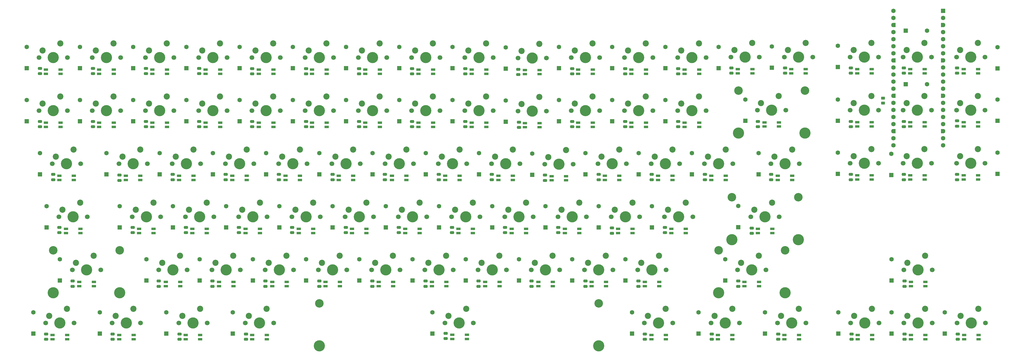
<source format=gbr>
%TF.GenerationSoftware,KiCad,Pcbnew,9.0.3-9.0.3-0~ubuntu24.04.1*%
%TF.CreationDate,2025-07-19T21:47:56-07:00*%
%TF.ProjectId,Keyboard,4b657962-6f61-4726-942e-6b696361645f,rev?*%
%TF.SameCoordinates,Original*%
%TF.FileFunction,Soldermask,Bot*%
%TF.FilePolarity,Negative*%
%FSLAX46Y46*%
G04 Gerber Fmt 4.6, Leading zero omitted, Abs format (unit mm)*
G04 Created by KiCad (PCBNEW 9.0.3-9.0.3-0~ubuntu24.04.1) date 2025-07-19 21:47:56*
%MOMM*%
%LPD*%
G01*
G04 APERTURE LIST*
G04 Aperture macros list*
%AMRoundRect*
0 Rectangle with rounded corners*
0 $1 Rounding radius*
0 $2 $3 $4 $5 $6 $7 $8 $9 X,Y pos of 4 corners*
0 Add a 4 corners polygon primitive as box body*
4,1,4,$2,$3,$4,$5,$6,$7,$8,$9,$2,$3,0*
0 Add four circle primitives for the rounded corners*
1,1,$1+$1,$2,$3*
1,1,$1+$1,$4,$5*
1,1,$1+$1,$6,$7*
1,1,$1+$1,$8,$9*
0 Add four rect primitives between the rounded corners*
20,1,$1+$1,$2,$3,$4,$5,0*
20,1,$1+$1,$4,$5,$6,$7,0*
20,1,$1+$1,$6,$7,$8,$9,0*
20,1,$1+$1,$8,$9,$2,$3,0*%
%AMFreePoly0*
4,1,37,0.603843,0.796157,0.639018,0.796157,0.711114,0.766294,0.766294,0.711114,0.796157,0.639018,0.796157,0.603843,0.800000,0.600000,0.800000,-0.600000,0.796157,-0.603843,0.796157,-0.639018,0.766294,-0.711114,0.711114,-0.766294,0.639018,-0.796157,0.603843,-0.796157,0.600000,-0.800000,0.000000,-0.800000,0.000000,-0.796148,-0.078414,-0.796148,-0.232228,-0.765552,-0.377117,-0.705537,
-0.507515,-0.618408,-0.618408,-0.507515,-0.705537,-0.377117,-0.765552,-0.232228,-0.796148,-0.078414,-0.796148,0.078414,-0.765552,0.232228,-0.705537,0.377117,-0.618408,0.507515,-0.507515,0.618408,-0.377117,0.705537,-0.232228,0.765552,-0.078414,0.796148,0.000000,0.796148,0.000000,0.800000,0.600000,0.800000,0.603843,0.796157,0.603843,0.796157,$1*%
%AMFreePoly1*
4,1,37,0.000000,0.796148,0.078414,0.796148,0.232228,0.765552,0.377117,0.705537,0.507515,0.618408,0.618408,0.507515,0.705537,0.377117,0.765552,0.232228,0.796148,0.078414,0.796148,-0.078414,0.765552,-0.232228,0.705537,-0.377117,0.618408,-0.507515,0.507515,-0.618408,0.377117,-0.705537,0.232228,-0.765552,0.078414,-0.796148,0.000000,-0.796148,0.000000,-0.800000,-0.600000,-0.800000,
-0.603843,-0.796157,-0.639018,-0.796157,-0.711114,-0.766294,-0.766294,-0.711114,-0.796157,-0.639018,-0.796157,-0.603843,-0.800000,-0.600000,-0.800000,0.600000,-0.796157,0.603843,-0.796157,0.639018,-0.766294,0.711114,-0.711114,0.766294,-0.639018,0.796157,-0.603843,0.796157,-0.600000,0.800000,0.000000,0.800000,0.000000,0.796148,0.000000,0.796148,$1*%
G04 Aperture macros list end*
%ADD10C,1.700000*%
%ADD11C,4.000000*%
%ADD12C,2.200000*%
%ADD13RoundRect,0.082000X0.718000X-0.328000X0.718000X0.328000X-0.718000X0.328000X-0.718000X-0.328000X0*%
%ADD14C,3.050000*%
%ADD15RoundRect,0.250000X0.550000X-0.550000X0.550000X0.550000X-0.550000X0.550000X-0.550000X-0.550000X0*%
%ADD16C,1.600000*%
%ADD17RoundRect,0.250000X0.475000X-0.250000X0.475000X0.250000X-0.475000X0.250000X-0.475000X-0.250000X0*%
%ADD18RoundRect,0.250000X0.450000X-0.262500X0.450000X0.262500X-0.450000X0.262500X-0.450000X-0.262500X0*%
%ADD19RoundRect,0.250000X-0.550000X-0.550000X0.550000X-0.550000X0.550000X0.550000X-0.550000X0.550000X0*%
%ADD20RoundRect,0.200000X0.600000X0.600000X-0.600000X0.600000X-0.600000X-0.600000X0.600000X-0.600000X0*%
%ADD21FreePoly0,180.000000*%
%ADD22FreePoly1,180.000000*%
G04 APERTURE END LIST*
D10*
%TO.C,SW44*%
X117792500Y-54927500D03*
D11*
X122872500Y-54927500D03*
D10*
X127952500Y-54927500D03*
D12*
X125412500Y-49847500D03*
X119062500Y-52387500D03*
%TD*%
D10*
%TO.C,SW56*%
X155892500Y-55086250D03*
D11*
X160972500Y-55086250D03*
D10*
X166052500Y-55086250D03*
D12*
X163512500Y-50006250D03*
X157162500Y-52546250D03*
%TD*%
D10*
%TO.C,SW40*%
X113030000Y-93027500D03*
D11*
X118110000Y-93027500D03*
D10*
X123190000Y-93027500D03*
D12*
X120650000Y-87947500D03*
X114300000Y-90487500D03*
%TD*%
D13*
%TO.C,D148*%
X192147500Y-79807500D03*
X192147500Y-78307500D03*
X186947500Y-78307500D03*
X186947500Y-79807500D03*
%TD*%
D10*
%TO.C,SW63*%
X184467500Y-73977500D03*
D11*
X189547500Y-73977500D03*
D10*
X194627500Y-73977500D03*
D12*
X192087500Y-68897500D03*
X185737500Y-71437500D03*
%TD*%
D13*
%TO.C,D144*%
X177860000Y-98857500D03*
X177860000Y-97357500D03*
X172660000Y-97357500D03*
X172660000Y-98857500D03*
%TD*%
D10*
%TO.C,SW11*%
X27305000Y-112077500D03*
D11*
X32385000Y-112077500D03*
D10*
X37465000Y-112077500D03*
D12*
X34925000Y-106997500D03*
X28575000Y-109537500D03*
%TD*%
D13*
%TO.C,D141*%
X163572500Y-41866250D03*
X163572500Y-40366250D03*
X158372500Y-40366250D03*
X158372500Y-41866250D03*
%TD*%
%TO.C,D157*%
X220722500Y-41707500D03*
X220722500Y-40207500D03*
X215522500Y-40207500D03*
X215522500Y-41707500D03*
%TD*%
D10*
%TO.C,SW85*%
X293766875Y-35718750D03*
D11*
X298846875Y-35718750D03*
D10*
X303926875Y-35718750D03*
D12*
X301386875Y-30638750D03*
X295036875Y-33178750D03*
%TD*%
D10*
%TO.C,SW34*%
X93980000Y-93027500D03*
D11*
X99060000Y-93027500D03*
D10*
X104140000Y-93027500D03*
D12*
X101600000Y-87947500D03*
X95250000Y-90487500D03*
%TD*%
D10*
%TO.C,SW8*%
X3492500Y-54927500D03*
D11*
X8572500Y-54927500D03*
D10*
X13652500Y-54927500D03*
D12*
X11112500Y-49847500D03*
X4762500Y-52387500D03*
%TD*%
D13*
%TO.C,D153*%
X201672500Y-60757500D03*
X201672500Y-59257500D03*
X196472500Y-59257500D03*
X196472500Y-60757500D03*
%TD*%
D10*
%TO.C,SW31*%
X79692500Y-35877500D03*
D11*
X84772500Y-35877500D03*
D10*
X89852500Y-35877500D03*
D12*
X87312500Y-30797500D03*
X80962500Y-33337500D03*
%TD*%
D13*
%TO.C,D117*%
X77847500Y-79807500D03*
X77847500Y-78307500D03*
X72647500Y-78307500D03*
X72647500Y-79807500D03*
%TD*%
%TO.C,D125*%
X106422500Y-41707500D03*
X106422500Y-40207500D03*
X101222500Y-40207500D03*
X101222500Y-41707500D03*
%TD*%
%TO.C,D96*%
X-5496250Y-136957500D03*
X-5496250Y-135457500D03*
X-10696250Y-135457500D03*
X-10696250Y-136957500D03*
%TD*%
D10*
%TO.C,SW68*%
X193992500Y-54927500D03*
D11*
X199072500Y-54927500D03*
D10*
X204152500Y-54927500D03*
D12*
X201612500Y-49847500D03*
X195262500Y-52387500D03*
%TD*%
D13*
%TO.C,D110*%
X49272500Y-60757500D03*
X49272500Y-59257500D03*
X44072500Y-59257500D03*
X44072500Y-60757500D03*
%TD*%
%TO.C,D165*%
X254060000Y-79807500D03*
X254060000Y-78307500D03*
X248860000Y-78307500D03*
X248860000Y-79807500D03*
%TD*%
D10*
%TO.C,SW46*%
X132080000Y-93027500D03*
D11*
X137160000Y-93027500D03*
D10*
X142240000Y-93027500D03*
D12*
X139700000Y-87947500D03*
X133350000Y-90487500D03*
%TD*%
D13*
%TO.C,D104*%
X30222500Y-60757500D03*
X30222500Y-59257500D03*
X25022500Y-59257500D03*
X25022500Y-60757500D03*
%TD*%
%TO.C,D93*%
X-3115000Y-79807500D03*
X-3115000Y-78307500D03*
X-8315000Y-78307500D03*
X-8315000Y-79807500D03*
%TD*%
%TO.C,D169*%
X282468125Y-79648750D03*
X282468125Y-78148750D03*
X277268125Y-78148750D03*
X277268125Y-79648750D03*
%TD*%
%TO.C,D130*%
X137562500Y-136902500D03*
X137562500Y-135402500D03*
X132362500Y-135402500D03*
X132362500Y-136902500D03*
%TD*%
D10*
%TO.C,SW62*%
X174942500Y-54927500D03*
D11*
X180022500Y-54927500D03*
D10*
X185102500Y-54927500D03*
D12*
X182562500Y-49847500D03*
X176212500Y-52387500D03*
%TD*%
D10*
%TO.C,SW49*%
X136842500Y-35877500D03*
D11*
X141922500Y-35877500D03*
D10*
X147002500Y-35877500D03*
D12*
X144462500Y-30797500D03*
X138112500Y-33337500D03*
%TD*%
D10*
%TO.C,SW36*%
X201136250Y-131127500D03*
D11*
X206216250Y-131127500D03*
D10*
X211296250Y-131127500D03*
D12*
X208756250Y-126047500D03*
X202406250Y-128587500D03*
%TD*%
D14*
%TO.C,SW30*%
X84778750Y-124127500D03*
D11*
X84778750Y-139367500D03*
D10*
X129698750Y-131127500D03*
D11*
X134778750Y-131127500D03*
D10*
X139858750Y-131127500D03*
D14*
X184778750Y-124127500D03*
D11*
X184778750Y-139367500D03*
D12*
X137318750Y-126047500D03*
X130968750Y-128587500D03*
%TD*%
D13*
%TO.C,D174*%
X301685000Y-117907500D03*
X301685000Y-116407500D03*
X296485000Y-116407500D03*
X296485000Y-117907500D03*
%TD*%
%TO.C,D179*%
X320735000Y-136957500D03*
X320735000Y-135457500D03*
X315535000Y-135457500D03*
X315535000Y-136957500D03*
%TD*%
D10*
%TO.C,SW45*%
X127317500Y-73977500D03*
D11*
X132397500Y-73977500D03*
D10*
X137477500Y-73977500D03*
D12*
X134937500Y-68897500D03*
X128587500Y-71437500D03*
%TD*%
D13*
%TO.C,D167*%
X282468125Y-41548750D03*
X282468125Y-40048750D03*
X277268125Y-40048750D03*
X277268125Y-41548750D03*
%TD*%
D10*
%TO.C,SW81*%
X246380000Y-73977500D03*
D11*
X251460000Y-73977500D03*
D10*
X256540000Y-73977500D03*
D12*
X254000000Y-68897500D03*
X247650000Y-71437500D03*
%TD*%
D10*
%TO.C,SW88*%
X312888125Y-73818750D03*
D11*
X317968125Y-73818750D03*
D10*
X323048125Y-73818750D03*
D12*
X320508125Y-68738750D03*
X314158125Y-71278750D03*
%TD*%
D13*
%TO.C,D90*%
X-7877500Y-60757500D03*
X-7877500Y-59257500D03*
X-13077500Y-59257500D03*
X-13077500Y-60757500D03*
%TD*%
%TO.C,D120*%
X87372500Y-41707500D03*
X87372500Y-40207500D03*
X82172500Y-40207500D03*
X82172500Y-41707500D03*
%TD*%
D10*
%TO.C,SW20*%
X41592500Y-54927500D03*
D11*
X46672500Y-54927500D03*
D10*
X51752500Y-54927500D03*
D12*
X49212500Y-49847500D03*
X42862500Y-52387500D03*
%TD*%
D14*
%TO.C,SW80*%
X234791250Y-47768750D03*
D11*
X234791250Y-63008750D03*
D10*
X241611250Y-54768750D03*
D11*
X246691250Y-54768750D03*
D10*
X251771250Y-54768750D03*
D14*
X258591250Y-47768750D03*
D11*
X258591250Y-63008750D03*
D12*
X249231250Y-49688750D03*
X242881250Y-52228750D03*
%TD*%
D10*
%TO.C,SW54*%
X274955000Y-131127500D03*
D11*
X280035000Y-131127500D03*
D10*
X285115000Y-131127500D03*
D12*
X282575000Y-126047500D03*
X276225000Y-128587500D03*
%TD*%
D13*
%TO.C,D121*%
X87372500Y-60757500D03*
X87372500Y-59257500D03*
X82172500Y-59257500D03*
X82172500Y-60757500D03*
%TD*%
%TO.C,D101*%
X34985000Y-117907500D03*
X34985000Y-116407500D03*
X29785000Y-116407500D03*
X29785000Y-117907500D03*
%TD*%
%TO.C,D119*%
X92135000Y-117907500D03*
X92135000Y-116407500D03*
X86935000Y-116407500D03*
X86935000Y-117907500D03*
%TD*%
D10*
%TO.C,SW66*%
X313055000Y-131127500D03*
D11*
X318135000Y-131127500D03*
D10*
X323215000Y-131127500D03*
D12*
X320675000Y-126047500D03*
X314325000Y-128587500D03*
%TD*%
D10*
%TO.C,SW61*%
X174942500Y-35877500D03*
D11*
X180022500Y-35877500D03*
D10*
X185102500Y-35877500D03*
D12*
X182562500Y-30797500D03*
X176212500Y-33337500D03*
%TD*%
D10*
%TO.C,SW78*%
X274788125Y-54768750D03*
D11*
X279868125Y-54768750D03*
D10*
X284948125Y-54768750D03*
D12*
X282408125Y-49688750D03*
X276058125Y-52228750D03*
%TD*%
D10*
%TO.C,SW9*%
X13017500Y-73977500D03*
D11*
X18097500Y-73977500D03*
D10*
X23177500Y-73977500D03*
D12*
X20637500Y-68897500D03*
X14287500Y-71437500D03*
%TD*%
D13*
%TO.C,D170*%
X282635000Y-136957500D03*
X282635000Y-135457500D03*
X277435000Y-135457500D03*
X277435000Y-136957500D03*
%TD*%
%TO.C,D151*%
X208816250Y-136957500D03*
X208816250Y-135457500D03*
X203616250Y-135457500D03*
X203616250Y-136957500D03*
%TD*%
D10*
%TO.C,SW73*%
X213042500Y-35877500D03*
D11*
X218122500Y-35877500D03*
D10*
X223202500Y-35877500D03*
D12*
X220662500Y-30797500D03*
X214312500Y-33337500D03*
%TD*%
D13*
%TO.C,D94*%
X-733750Y-98857500D03*
X-733750Y-97357500D03*
X-5933750Y-97357500D03*
X-5933750Y-98857500D03*
%TD*%
D10*
%TO.C,SW24*%
X58261250Y-131127500D03*
D11*
X63341250Y-131127500D03*
D10*
X68421250Y-131127500D03*
D12*
X65881250Y-126047500D03*
X59531250Y-128587500D03*
%TD*%
D13*
%TO.C,D164*%
X249291250Y-60652500D03*
X249291250Y-59152500D03*
X244091250Y-59152500D03*
X244091250Y-60652500D03*
%TD*%
%TO.C,D176*%
X320568125Y-41548750D03*
X320568125Y-40048750D03*
X315368125Y-40048750D03*
X315368125Y-41548750D03*
%TD*%
D10*
%TO.C,SW64*%
X189230000Y-93027500D03*
D11*
X194310000Y-93027500D03*
D10*
X199390000Y-93027500D03*
D12*
X196850000Y-87947500D03*
X190500000Y-90487500D03*
%TD*%
D10*
%TO.C,SW87*%
X293766875Y-73818750D03*
D11*
X298846875Y-73818750D03*
D10*
X303926875Y-73818750D03*
D12*
X301386875Y-68738750D03*
X295036875Y-71278750D03*
%TD*%
D10*
%TO.C,SW82*%
X274788125Y-73818750D03*
D11*
X279868125Y-73818750D03*
D10*
X284948125Y-73818750D03*
D12*
X282408125Y-68738750D03*
X276058125Y-71278750D03*
%TD*%
D15*
%TO.C,D87*%
X289500000Y-78060000D03*
D16*
X289500000Y-70440000D03*
%TD*%
D10*
%TO.C,SW42*%
X224948750Y-131127500D03*
D11*
X230028750Y-131127500D03*
D10*
X235108750Y-131127500D03*
D12*
X232568750Y-126047500D03*
X226218750Y-128587500D03*
%TD*%
D14*
%TO.C,SW5*%
X-10471250Y-105077500D03*
D11*
X-10471250Y-120317500D03*
D10*
X-3651250Y-112077500D03*
D11*
X1428750Y-112077500D03*
D10*
X6508750Y-112077500D03*
D14*
X13328750Y-105077500D03*
D11*
X13328750Y-120317500D03*
D12*
X3968750Y-106997500D03*
X-2381250Y-109537500D03*
%TD*%
D10*
%TO.C,SW15*%
X32067500Y-73977500D03*
D11*
X37147500Y-73977500D03*
D10*
X42227500Y-73977500D03*
D12*
X39687500Y-68897500D03*
X33337500Y-71437500D03*
%TD*%
D10*
%TO.C,SW84*%
X312888125Y-54768750D03*
D11*
X317968125Y-54768750D03*
D10*
X323048125Y-54768750D03*
D12*
X320508125Y-49688750D03*
X314158125Y-52228750D03*
%TD*%
D13*
%TO.C,D163*%
X239772500Y-41548750D03*
X239772500Y-40048750D03*
X234572500Y-40048750D03*
X234572500Y-41548750D03*
%TD*%
%TO.C,D132*%
X125472500Y-60757500D03*
X125472500Y-59257500D03*
X120272500Y-59257500D03*
X120272500Y-60757500D03*
%TD*%
%TO.C,D118*%
X82610000Y-98857500D03*
X82610000Y-97357500D03*
X77410000Y-97357500D03*
X77410000Y-98857500D03*
%TD*%
%TO.C,D159*%
X230247500Y-79807500D03*
X230247500Y-78307500D03*
X225047500Y-78307500D03*
X225047500Y-79807500D03*
%TD*%
D10*
%TO.C,SW18*%
X34448750Y-131127500D03*
D11*
X39528750Y-131127500D03*
D10*
X44608750Y-131127500D03*
D12*
X42068750Y-126047500D03*
X35718750Y-128587500D03*
%TD*%
D10*
%TO.C,SW27*%
X70167500Y-73977500D03*
D11*
X75247500Y-73977500D03*
D10*
X80327500Y-73977500D03*
D12*
X77787500Y-68897500D03*
X71437500Y-71437500D03*
%TD*%
D13*
%TO.C,D116*%
X68322500Y-60757500D03*
X68322500Y-59257500D03*
X63122500Y-59257500D03*
X63122500Y-60757500D03*
%TD*%
%TO.C,D175*%
X301685000Y-136957500D03*
X301685000Y-135457500D03*
X296485000Y-135457500D03*
X296485000Y-136957500D03*
%TD*%
D10*
%TO.C,SW67*%
X193992500Y-35877500D03*
D11*
X199072500Y-35877500D03*
D10*
X204152500Y-35877500D03*
D12*
X201612500Y-30797500D03*
X195262500Y-33337500D03*
%TD*%
D10*
%TO.C,SW79*%
X232092500Y-35718750D03*
D11*
X237172500Y-35718750D03*
D10*
X242252500Y-35718750D03*
D12*
X239712500Y-30638750D03*
X233362500Y-33178750D03*
%TD*%
D13*
%TO.C,D137*%
X144522500Y-60757500D03*
X144522500Y-59257500D03*
X139322500Y-59257500D03*
X139322500Y-60757500D03*
%TD*%
%TO.C,D172*%
X301446875Y-60598750D03*
X301446875Y-59098750D03*
X296246875Y-59098750D03*
X296246875Y-60598750D03*
%TD*%
%TO.C,D97*%
X11172500Y-41707528D03*
X11172500Y-40207528D03*
X5972500Y-40207528D03*
X5972500Y-41707528D03*
%TD*%
D10*
%TO.C,SW16*%
X36830000Y-93027500D03*
D11*
X41910000Y-93027500D03*
D10*
X46990000Y-93027500D03*
D12*
X44450000Y-87947500D03*
X38100000Y-90487500D03*
%TD*%
D10*
%TO.C,SW58*%
X170180000Y-93027500D03*
D11*
X175260000Y-93027500D03*
D10*
X180340000Y-93027500D03*
D12*
X177800000Y-87947500D03*
X171450000Y-90487500D03*
%TD*%
D10*
%TO.C,SW83*%
X312888125Y-35718750D03*
D11*
X317968125Y-35718750D03*
D10*
X323048125Y-35718750D03*
D12*
X320508125Y-30638750D03*
X314158125Y-33178750D03*
%TD*%
D13*
%TO.C,D99*%
X20697500Y-79807500D03*
X20697500Y-78307500D03*
X15497500Y-78307500D03*
X15497500Y-79807500D03*
%TD*%
D10*
%TO.C,SW19*%
X41592500Y-35877500D03*
D11*
X46672500Y-35877500D03*
D10*
X51752500Y-35877500D03*
D12*
X49212500Y-30797500D03*
X42862500Y-33337500D03*
%TD*%
D10*
%TO.C,SW23*%
X65405000Y-112077500D03*
D11*
X70485000Y-112077500D03*
D10*
X75565000Y-112077500D03*
D12*
X73025000Y-106997500D03*
X66675000Y-109537500D03*
%TD*%
D13*
%TO.C,D109*%
X49272500Y-41707500D03*
X49272500Y-40207500D03*
X44072500Y-40207500D03*
X44072500Y-41707500D03*
%TD*%
%TO.C,D140*%
X168335000Y-117907500D03*
X168335000Y-116407500D03*
X163135000Y-116407500D03*
X163135000Y-117907500D03*
%TD*%
%TO.C,D103*%
X30222500Y-41707500D03*
X30222500Y-40207500D03*
X25022500Y-40207500D03*
X25022500Y-41707500D03*
%TD*%
D14*
%TO.C,SW71*%
X227653750Y-105077500D03*
D11*
X227653750Y-120317500D03*
D10*
X234473750Y-112077500D03*
D11*
X239553750Y-112077500D03*
D10*
X244633750Y-112077500D03*
D14*
X251453750Y-105077500D03*
D11*
X251453750Y-120317500D03*
D12*
X242093750Y-106997500D03*
X235743750Y-109537500D03*
%TD*%
D13*
%TO.C,D160*%
X246916250Y-98902500D03*
X246916250Y-97402500D03*
X241716250Y-97402500D03*
X241716250Y-98902500D03*
%TD*%
%TO.C,D154*%
X211197500Y-79807500D03*
X211197500Y-78307500D03*
X205997500Y-78307500D03*
X205997500Y-79807500D03*
%TD*%
D10*
%TO.C,SW33*%
X89217500Y-73977500D03*
D11*
X94297500Y-73977500D03*
D10*
X99377500Y-73977500D03*
D12*
X96837500Y-68897500D03*
X90487500Y-71437500D03*
%TD*%
D10*
%TO.C,SW2*%
X-15557500Y-54927500D03*
D11*
X-10477500Y-54927500D03*
D10*
X-5397500Y-54927500D03*
D12*
X-7937500Y-49847500D03*
X-14287500Y-52387500D03*
%TD*%
D13*
%TO.C,D171*%
X301446875Y-41548750D03*
X301446875Y-40048750D03*
X296246875Y-40048750D03*
X296246875Y-41548750D03*
%TD*%
%TO.C,D168*%
X282468125Y-60598750D03*
X282468125Y-59098750D03*
X277268125Y-59098750D03*
X277268125Y-60598750D03*
%TD*%
%TO.C,D138*%
X154047500Y-79807500D03*
X154047500Y-78307500D03*
X148847500Y-78307500D03*
X148847500Y-79807500D03*
%TD*%
D10*
%TO.C,SW7*%
X3492500Y-35877528D03*
D11*
X8572500Y-35877528D03*
D10*
X13652500Y-35877528D03*
D12*
X11112500Y-30797528D03*
X4762500Y-33337528D03*
%TD*%
D13*
%TO.C,D155*%
X215960000Y-98857500D03*
X215960000Y-97357500D03*
X210760000Y-97357500D03*
X210760000Y-98857500D03*
%TD*%
D10*
%TO.C,SW38*%
X98742500Y-54927500D03*
D11*
X103822500Y-54927500D03*
D10*
X108902500Y-54927500D03*
D12*
X106362500Y-49847500D03*
X100012500Y-52387500D03*
%TD*%
D10*
%TO.C,SW52*%
X151130000Y-93027500D03*
D11*
X156210000Y-93027500D03*
D10*
X161290000Y-93027500D03*
D12*
X158750000Y-87947500D03*
X152400000Y-90487500D03*
%TD*%
D10*
%TO.C,SW53*%
X160655000Y-112077500D03*
D11*
X165735000Y-112077500D03*
D10*
X170815000Y-112077500D03*
D12*
X168275000Y-106997500D03*
X161925000Y-109537500D03*
%TD*%
D13*
%TO.C,D105*%
X39747500Y-79807500D03*
X39747500Y-78307500D03*
X34547500Y-78307500D03*
X34547500Y-79807500D03*
%TD*%
%TO.C,D112*%
X63560000Y-98857500D03*
X63560000Y-97357500D03*
X58360000Y-97357500D03*
X58360000Y-98857500D03*
%TD*%
%TO.C,D127*%
X115947500Y-79807500D03*
X115947500Y-78307500D03*
X110747500Y-78307500D03*
X110747500Y-79807500D03*
%TD*%
%TO.C,D135*%
X149285000Y-117907500D03*
X149285000Y-116407500D03*
X144085000Y-116407500D03*
X144085000Y-117907500D03*
%TD*%
%TO.C,D131*%
X125472500Y-41707500D03*
X125472500Y-40207500D03*
X120272500Y-40207500D03*
X120272500Y-41707500D03*
%TD*%
D10*
%TO.C,SW32*%
X79692500Y-54927500D03*
D11*
X84772500Y-54927500D03*
D10*
X89852500Y-54927500D03*
D12*
X87312500Y-49847500D03*
X80962500Y-52387500D03*
%TD*%
D10*
%TO.C,SW1*%
X-15557500Y-35877500D03*
D11*
X-10477500Y-35877500D03*
D10*
X-5397500Y-35877500D03*
D12*
X-7937500Y-30797500D03*
X-14287500Y-33337500D03*
%TD*%
D13*
%TO.C,D133*%
X134997500Y-79807500D03*
X134997500Y-78307500D03*
X129797500Y-78307500D03*
X129797500Y-79807500D03*
%TD*%
%TO.C,D126*%
X106422500Y-60757500D03*
X106422500Y-59257500D03*
X101222500Y-59257500D03*
X101222500Y-60757500D03*
%TD*%
D10*
%TO.C,SW60*%
X294005000Y-131127500D03*
D11*
X299085000Y-131127500D03*
D10*
X304165000Y-131127500D03*
D12*
X301625000Y-126047500D03*
X295275000Y-128587500D03*
%TD*%
D10*
%TO.C,SW10*%
X17780000Y-93027500D03*
D11*
X22860000Y-93027500D03*
D10*
X27940000Y-93027500D03*
D12*
X25400000Y-87947500D03*
X19050000Y-90487500D03*
%TD*%
D10*
%TO.C,SW57*%
X165417500Y-74136250D03*
D11*
X170497500Y-74136250D03*
D10*
X175577500Y-74136250D03*
D12*
X173037500Y-69056250D03*
X166687500Y-71596250D03*
%TD*%
D10*
%TO.C,SW4*%
X-8413750Y-93027500D03*
D11*
X-3333750Y-93027500D03*
D10*
X1746250Y-93027500D03*
D12*
X-793750Y-87947500D03*
X-7143750Y-90487500D03*
%TD*%
D10*
%TO.C,SW41*%
X122555000Y-112077500D03*
D11*
X127635000Y-112077500D03*
D10*
X132715000Y-112077500D03*
D12*
X130175000Y-106997500D03*
X123825000Y-109537500D03*
%TD*%
D13*
%TO.C,D95*%
X4062500Y-117902500D03*
X4062500Y-116402500D03*
X-1137500Y-116402500D03*
X-1137500Y-117902500D03*
%TD*%
D10*
%TO.C,SW74*%
X213042500Y-54927500D03*
D11*
X218122500Y-54927500D03*
D10*
X223202500Y-54927500D03*
D12*
X220662500Y-49847500D03*
X214312500Y-52387500D03*
%TD*%
D10*
%TO.C,SW48*%
X248761250Y-131127500D03*
D11*
X253841250Y-131127500D03*
D10*
X258921250Y-131127500D03*
D12*
X256381250Y-126047500D03*
X250031250Y-128587500D03*
%TD*%
D13*
%TO.C,D156*%
X232628750Y-136957500D03*
X232628750Y-135457500D03*
X227428750Y-135457500D03*
X227428750Y-136957500D03*
%TD*%
%TO.C,D177*%
X320568125Y-60598750D03*
X320568125Y-59098750D03*
X315368125Y-59098750D03*
X315368125Y-60598750D03*
%TD*%
D10*
%TO.C,SW22*%
X55880000Y-93027500D03*
D11*
X60960000Y-93027500D03*
D10*
X66040000Y-93027500D03*
D12*
X63500000Y-87947500D03*
X57150000Y-90487500D03*
%TD*%
D10*
%TO.C,SW55*%
X155892500Y-36036250D03*
D11*
X160972500Y-36036250D03*
D10*
X166052500Y-36036250D03*
D12*
X163512500Y-30956250D03*
X157162500Y-33496250D03*
%TD*%
D10*
%TO.C,SW43*%
X117792500Y-35877500D03*
D11*
X122872500Y-35877500D03*
D10*
X127952500Y-35877500D03*
D12*
X125412500Y-30797500D03*
X119062500Y-33337500D03*
%TD*%
D10*
%TO.C,SW72*%
X294005000Y-112077500D03*
D11*
X299085000Y-112077500D03*
D10*
X304165000Y-112077500D03*
D12*
X301625000Y-106997500D03*
X295275000Y-109537500D03*
%TD*%
D13*
%TO.C,D92*%
X-7877500Y-41707500D03*
X-7877500Y-40207500D03*
X-13077500Y-40207500D03*
X-13077500Y-41707500D03*
%TD*%
D10*
%TO.C,SW14*%
X22542500Y-54927500D03*
D11*
X27622500Y-54927500D03*
D10*
X32702500Y-54927500D03*
D12*
X30162500Y-49847500D03*
X23812500Y-52387500D03*
%TD*%
D10*
%TO.C,SW3*%
X-10795000Y-73977500D03*
D11*
X-5715000Y-73977500D03*
D10*
X-635000Y-73977500D03*
D12*
X-3175000Y-68897500D03*
X-9525000Y-71437500D03*
%TD*%
D14*
%TO.C,SW76*%
X232416250Y-86027500D03*
D11*
X232416250Y-101267500D03*
D10*
X239236250Y-93027500D03*
D11*
X244316250Y-93027500D03*
D10*
X249396250Y-93027500D03*
D14*
X256216250Y-86027500D03*
D11*
X256216250Y-101267500D03*
D12*
X246856250Y-87947500D03*
X240506250Y-90487500D03*
%TD*%
D10*
%TO.C,SW29*%
X84455000Y-112077500D03*
D11*
X89535000Y-112077500D03*
D10*
X94615000Y-112077500D03*
D12*
X92075000Y-106997500D03*
X85725000Y-109537500D03*
%TD*%
D13*
%TO.C,D123*%
X101660000Y-98857500D03*
X101660000Y-97357500D03*
X96460000Y-97357500D03*
X96460000Y-98857500D03*
%TD*%
%TO.C,D161*%
X242153750Y-117902500D03*
X242153750Y-116402500D03*
X236953750Y-116402500D03*
X236953750Y-117902500D03*
%TD*%
%TO.C,D152*%
X201672500Y-41707500D03*
X201672500Y-40207500D03*
X196472500Y-40207500D03*
X196472500Y-41707500D03*
%TD*%
D10*
%TO.C,SW86*%
X293766875Y-54768750D03*
D11*
X298846875Y-54768750D03*
D10*
X303926875Y-54768750D03*
D12*
X301386875Y-49688750D03*
X295036875Y-52228750D03*
%TD*%
D13*
%TO.C,D100*%
X25460000Y-98857500D03*
X25460000Y-97357500D03*
X20260000Y-97357500D03*
X20260000Y-98857500D03*
%TD*%
%TO.C,D124*%
X111185000Y-117907500D03*
X111185000Y-116407500D03*
X105985000Y-116407500D03*
X105985000Y-117907500D03*
%TD*%
D10*
%TO.C,SW21*%
X51117500Y-73977500D03*
D11*
X56197500Y-73977500D03*
D10*
X61277500Y-73977500D03*
D12*
X58737500Y-68897500D03*
X52387500Y-71437500D03*
%TD*%
D10*
%TO.C,SW51*%
X146367500Y-73977500D03*
D11*
X151447500Y-73977500D03*
D10*
X156527500Y-73977500D03*
D12*
X153987500Y-68897500D03*
X147637500Y-71437500D03*
%TD*%
D10*
%TO.C,SW37*%
X98742500Y-35877500D03*
D11*
X103822500Y-35877500D03*
D10*
X108902500Y-35877500D03*
D12*
X106362500Y-30797500D03*
X100012500Y-33337500D03*
%TD*%
D13*
%TO.C,D98*%
X11172500Y-60757500D03*
X11172500Y-59257500D03*
X5972500Y-59257500D03*
X5972500Y-60757500D03*
%TD*%
D10*
%TO.C,SW47*%
X141605000Y-112077500D03*
D11*
X146685000Y-112077500D03*
D10*
X151765000Y-112077500D03*
D12*
X149225000Y-106997500D03*
X142875000Y-109537500D03*
%TD*%
D13*
%TO.C,D147*%
X182622500Y-60757500D03*
X182622500Y-59257500D03*
X177422500Y-59257500D03*
X177422500Y-60757500D03*
%TD*%
D10*
%TO.C,SW25*%
X60642500Y-35877500D03*
D11*
X65722500Y-35877500D03*
D10*
X70802500Y-35877500D03*
D12*
X68262500Y-30797500D03*
X61912500Y-33337500D03*
%TD*%
D10*
%TO.C,SW6*%
X-13176250Y-131127500D03*
D11*
X-8096250Y-131127500D03*
D10*
X-3016250Y-131127500D03*
D12*
X-5556250Y-126047500D03*
X-11906250Y-128587500D03*
%TD*%
D10*
%TO.C,SW70*%
X208280000Y-93027500D03*
D11*
X213360000Y-93027500D03*
D10*
X218440000Y-93027500D03*
D12*
X215900000Y-87947500D03*
X209550000Y-90487500D03*
%TD*%
D13*
%TO.C,D102*%
X18316250Y-136957500D03*
X18316250Y-135457500D03*
X13116250Y-135457500D03*
X13116250Y-136957500D03*
%TD*%
%TO.C,D129*%
X130235000Y-117907500D03*
X130235000Y-116407500D03*
X125035000Y-116407500D03*
X125035000Y-117907500D03*
%TD*%
%TO.C,D146*%
X182622500Y-41707500D03*
X182622500Y-40207500D03*
X177422500Y-40207500D03*
X177422500Y-41707500D03*
%TD*%
%TO.C,D139*%
X158810000Y-98857500D03*
X158810000Y-97357500D03*
X153610000Y-97357500D03*
X153610000Y-98857500D03*
%TD*%
%TO.C,D113*%
X73085000Y-117907500D03*
X73085000Y-116407500D03*
X67885000Y-116407500D03*
X67885000Y-117907500D03*
%TD*%
%TO.C,D115*%
X68322500Y-41707500D03*
X68322500Y-40207500D03*
X63122500Y-40207500D03*
X63122500Y-41707500D03*
%TD*%
%TO.C,D108*%
X42128750Y-136957500D03*
X42128750Y-135457500D03*
X36928750Y-135457500D03*
X36928750Y-136957500D03*
%TD*%
%TO.C,D145*%
X187385000Y-117907500D03*
X187385000Y-116407500D03*
X182185000Y-116407500D03*
X182185000Y-117907500D03*
%TD*%
D10*
%TO.C,SW26*%
X60642500Y-54927500D03*
D11*
X65722500Y-54927500D03*
D10*
X70802500Y-54927500D03*
D12*
X68262500Y-49847500D03*
X61912500Y-52387500D03*
%TD*%
D10*
%TO.C,SW50*%
X136842500Y-54927500D03*
D11*
X141922500Y-54927500D03*
D10*
X147002500Y-54927500D03*
D12*
X144462500Y-49847500D03*
X138112500Y-52387500D03*
%TD*%
D13*
%TO.C,D106*%
X44510000Y-98857500D03*
X44510000Y-97357500D03*
X39310000Y-97357500D03*
X39310000Y-98857500D03*
%TD*%
D10*
%TO.C,SW59*%
X179705000Y-112077500D03*
D11*
X184785000Y-112077500D03*
D10*
X189865000Y-112077500D03*
D12*
X187325000Y-106997500D03*
X180975000Y-109537500D03*
%TD*%
D13*
%TO.C,D149*%
X196910000Y-98857500D03*
X196910000Y-97357500D03*
X191710000Y-97357500D03*
X191710000Y-98857500D03*
%TD*%
D10*
%TO.C,SW89*%
X251201816Y-35718750D03*
D11*
X256281816Y-35718750D03*
D10*
X261361816Y-35718750D03*
D12*
X258821816Y-30638750D03*
X252471816Y-33178750D03*
%TD*%
D13*
%TO.C,D162*%
X256441250Y-136957500D03*
X256441250Y-135457500D03*
X251241250Y-135457500D03*
X251241250Y-136957500D03*
%TD*%
%TO.C,D143*%
X173097500Y-79966250D03*
X173097500Y-78466250D03*
X167897500Y-78466250D03*
X167897500Y-79966250D03*
%TD*%
D10*
%TO.C,SW75*%
X222567500Y-73977500D03*
D11*
X227647500Y-73977500D03*
D10*
X232727500Y-73977500D03*
D12*
X230187500Y-68897500D03*
X223837500Y-71437500D03*
%TD*%
D13*
%TO.C,D142*%
X163572500Y-60916250D03*
X163572500Y-59416250D03*
X158372500Y-59416250D03*
X158372500Y-60916250D03*
%TD*%
%TO.C,D128*%
X120710000Y-98857500D03*
X120710000Y-97357500D03*
X115510000Y-97357500D03*
X115510000Y-98857500D03*
%TD*%
%TO.C,D107*%
X54035000Y-117907500D03*
X54035000Y-116407500D03*
X48835000Y-116407500D03*
X48835000Y-117907500D03*
%TD*%
D10*
%TO.C,SW13*%
X22542500Y-35877500D03*
D11*
X27622500Y-35877500D03*
D10*
X32702500Y-35877500D03*
D12*
X30162500Y-30797500D03*
X23812500Y-33337500D03*
%TD*%
D10*
%TO.C,SW28*%
X74930000Y-93027500D03*
D11*
X80010000Y-93027500D03*
D10*
X85090000Y-93027500D03*
D12*
X82550000Y-87947500D03*
X76200000Y-90487500D03*
%TD*%
D13*
%TO.C,D166*%
X258881816Y-41548750D03*
X258881816Y-40048750D03*
X253681816Y-40048750D03*
X253681816Y-41548750D03*
%TD*%
D10*
%TO.C,SW17*%
X46355000Y-112077500D03*
D11*
X51435000Y-112077500D03*
D10*
X56515000Y-112077500D03*
D12*
X53975000Y-106997500D03*
X47625000Y-109537500D03*
%TD*%
D13*
%TO.C,D178*%
X320568125Y-79648750D03*
X320568125Y-78148750D03*
X315368125Y-78148750D03*
X315368125Y-79648750D03*
%TD*%
%TO.C,D111*%
X58797500Y-79807500D03*
X58797500Y-78307500D03*
X53597500Y-78307500D03*
X53597500Y-79807500D03*
%TD*%
D10*
%TO.C,SW65*%
X198755000Y-112077500D03*
D11*
X203835000Y-112077500D03*
D10*
X208915000Y-112077500D03*
D12*
X206375000Y-106997500D03*
X200025000Y-109537500D03*
%TD*%
D13*
%TO.C,D173*%
X301446875Y-79648750D03*
X301446875Y-78148750D03*
X296246875Y-78148750D03*
X296246875Y-79648750D03*
%TD*%
%TO.C,D122*%
X96897500Y-79807500D03*
X96897500Y-78307500D03*
X91697500Y-78307500D03*
X91697500Y-79807500D03*
%TD*%
D10*
%TO.C,SW69*%
X203517500Y-73977500D03*
D11*
X208597500Y-73977500D03*
D10*
X213677500Y-73977500D03*
D12*
X211137500Y-68897500D03*
X204787500Y-71437500D03*
%TD*%
D10*
%TO.C,SW77*%
X274788125Y-35718750D03*
D11*
X279868125Y-35718750D03*
D10*
X284948125Y-35718750D03*
D12*
X282408125Y-30638750D03*
X276058125Y-33178750D03*
%TD*%
D13*
%TO.C,D136*%
X144522500Y-41707500D03*
X144522500Y-40207500D03*
X139322500Y-40207500D03*
X139322500Y-41707500D03*
%TD*%
%TO.C,D134*%
X139760000Y-98857500D03*
X139760000Y-97357500D03*
X134560000Y-97357500D03*
X134560000Y-98857500D03*
%TD*%
D10*
%TO.C,SW12*%
X10636250Y-131127500D03*
D11*
X15716250Y-131127500D03*
D10*
X20796250Y-131127500D03*
D12*
X18256250Y-126047500D03*
X11906250Y-128587500D03*
%TD*%
D10*
%TO.C,SW35*%
X103505000Y-112077500D03*
D11*
X108585000Y-112077500D03*
D10*
X113665000Y-112077500D03*
D12*
X111125000Y-106997500D03*
X104775000Y-109537500D03*
%TD*%
D13*
%TO.C,D150*%
X206435000Y-117907500D03*
X206435000Y-116407500D03*
X201235000Y-116407500D03*
X201235000Y-117907500D03*
%TD*%
D10*
%TO.C,SW39*%
X108267500Y-73977500D03*
D11*
X113347500Y-73977500D03*
D10*
X118427500Y-73977500D03*
D12*
X115887500Y-68897500D03*
X109537500Y-71437500D03*
%TD*%
D13*
%TO.C,D158*%
X220722500Y-60757500D03*
X220722500Y-59257500D03*
X215522500Y-59257500D03*
X215522500Y-60757500D03*
%TD*%
%TO.C,D114*%
X65941250Y-136957500D03*
X65941250Y-135457500D03*
X60741250Y-135457500D03*
X60741250Y-136957500D03*
%TD*%
D17*
%TO.C,C59*%
X170250000Y-98750000D03*
X170250000Y-96850000D03*
%TD*%
D15*
%TO.C,D50*%
X132397500Y-58737500D03*
D16*
X132397500Y-51117500D03*
%TD*%
D17*
%TO.C,C42*%
X313000000Y-79750000D03*
X313000000Y-77850000D03*
%TD*%
D15*
%TO.C,D36*%
X196691250Y-134937500D03*
D16*
X196691250Y-127317500D03*
%TD*%
D15*
%TO.C,D43*%
X113347500Y-39687500D03*
D16*
X113347500Y-32067500D03*
%TD*%
D18*
%TO.C,R1*%
X286500000Y-52250000D03*
X286500000Y-50425000D03*
%TD*%
D19*
%TO.C,D86*%
X294690000Y-45500000D03*
D16*
X302310000Y-45500000D03*
%TD*%
D15*
%TO.C,D51*%
X141922500Y-77787500D03*
D16*
X141922500Y-70167500D03*
%TD*%
D15*
%TO.C,D70*%
X203835000Y-96837500D03*
D16*
X203835000Y-89217500D03*
%TD*%
D17*
%TO.C,C19*%
X60750000Y-60750000D03*
X60750000Y-58850000D03*
%TD*%
D15*
%TO.C,D21*%
X46672500Y-77787500D03*
D16*
X46672500Y-70167500D03*
%TD*%
D17*
%TO.C,C56*%
X239500000Y-99000000D03*
X239500000Y-97100000D03*
%TD*%
D15*
%TO.C,D35*%
X99060000Y-115887500D03*
D16*
X99060000Y-108267500D03*
%TD*%
D17*
%TO.C,C7*%
X194250000Y-41750000D03*
X194250000Y-39850000D03*
%TD*%
%TO.C,C36*%
X241750000Y-60750000D03*
X241750000Y-58850000D03*
%TD*%
%TO.C,C49*%
X165500000Y-80000000D03*
X165500000Y-78100000D03*
%TD*%
%TO.C,C50*%
X146500000Y-79750000D03*
X146500000Y-77850000D03*
%TD*%
D15*
%TO.C,D79*%
X227647500Y-39687500D03*
D16*
X227647500Y-32067500D03*
%TD*%
D15*
%TO.C,D27*%
X65722500Y-77787500D03*
D16*
X65722500Y-70167500D03*
%TD*%
D17*
%TO.C,C83*%
X130000000Y-136750000D03*
X130000000Y-134850000D03*
%TD*%
D15*
%TO.C,D88*%
X327500000Y-77628750D03*
D16*
X327500000Y-70008750D03*
%TD*%
D15*
%TO.C,D24*%
X53816250Y-134937500D03*
D16*
X53816250Y-127317500D03*
%TD*%
D15*
%TO.C,D71*%
X230028750Y-115887500D03*
D16*
X230028750Y-108267500D03*
%TD*%
D17*
%TO.C,C64*%
X75000000Y-98750000D03*
X75000000Y-96850000D03*
%TD*%
D15*
%TO.C,D66*%
X308610000Y-134937500D03*
D16*
X308610000Y-127317500D03*
%TD*%
D17*
%TO.C,C27*%
X60750000Y-41750000D03*
X60750000Y-39850000D03*
%TD*%
%TO.C,C61*%
X132250000Y-98750000D03*
X132250000Y-96850000D03*
%TD*%
%TO.C,C2*%
X294000000Y-41500000D03*
X294000000Y-39600000D03*
%TD*%
%TO.C,C87*%
X275250000Y-137000000D03*
X275250000Y-135100000D03*
%TD*%
D15*
%TO.C,D64*%
X184785000Y-96837500D03*
D16*
X184785000Y-89217500D03*
%TD*%
D17*
%TO.C,C32*%
X-10500000Y-79750000D03*
X-10500000Y-77850000D03*
%TD*%
D15*
%TO.C,D60*%
X289560000Y-134937500D03*
D16*
X289560000Y-127317500D03*
%TD*%
D15*
%TO.C,D42*%
X220503750Y-134937500D03*
D16*
X220503750Y-127317500D03*
%TD*%
D17*
%TO.C,C18*%
X80000000Y-60750000D03*
X80000000Y-58850000D03*
%TD*%
D15*
%TO.C,D73*%
X208597500Y-39687500D03*
D16*
X208597500Y-32067500D03*
%TD*%
D15*
%TO.C,D29*%
X80010000Y-115887500D03*
D16*
X80010000Y-108267500D03*
%TD*%
D15*
%TO.C,D39*%
X103822500Y-77787500D03*
D16*
X103822500Y-70167500D03*
%TD*%
D15*
%TO.C,D54*%
X270510000Y-134937500D03*
D16*
X270510000Y-127317500D03*
%TD*%
D17*
%TO.C,C21*%
X22750000Y-60750000D03*
X22750000Y-58850000D03*
%TD*%
D15*
%TO.C,D67*%
X189547500Y-39687500D03*
D16*
X189547500Y-32067500D03*
%TD*%
D17*
%TO.C,C28*%
X70250000Y-79750000D03*
X70250000Y-77850000D03*
%TD*%
D15*
%TO.C,D38*%
X94297500Y-58737500D03*
D16*
X94297500Y-51117500D03*
%TD*%
D15*
%TO.C,D47*%
X137160000Y-115887500D03*
D16*
X137160000Y-108267500D03*
%TD*%
D17*
%TO.C,C23*%
X-15250000Y-60750000D03*
X-15250000Y-58850000D03*
%TD*%
D15*
%TO.C,D2*%
X-20002500Y-58737500D03*
D16*
X-20002500Y-51117500D03*
%TD*%
D17*
%TO.C,C78*%
X46500000Y-118000000D03*
X46500000Y-116100000D03*
%TD*%
%TO.C,C1*%
X-15250000Y-41700000D03*
X-15250000Y-39800000D03*
%TD*%
%TO.C,C68*%
X294250000Y-118000000D03*
X294250000Y-116100000D03*
%TD*%
D15*
%TO.C,D65*%
X194310000Y-115887500D03*
D16*
X194310000Y-108267500D03*
%TD*%
D17*
%TO.C,C84*%
X201250000Y-137000000D03*
X201250000Y-135100000D03*
%TD*%
%TO.C,C44*%
X275000000Y-79750000D03*
X275000000Y-77850000D03*
%TD*%
D15*
%TO.C,D48*%
X244316250Y-134937500D03*
D16*
X244316250Y-127317500D03*
%TD*%
D17*
%TO.C,C85*%
X225250000Y-137000000D03*
X225250000Y-135100000D03*
%TD*%
%TO.C,C55*%
X-3500000Y-118000000D03*
X-3500000Y-116100000D03*
%TD*%
%TO.C,C89*%
X313250000Y-137000000D03*
X313250000Y-135100000D03*
%TD*%
D15*
%TO.C,D76*%
X234750000Y-96810000D03*
D16*
X234750000Y-89190000D03*
%TD*%
D17*
%TO.C,C81*%
X34750000Y-137000000D03*
X34750000Y-135100000D03*
%TD*%
%TO.C,C10*%
X137000000Y-41750000D03*
X137000000Y-39850000D03*
%TD*%
%TO.C,C45*%
X246500000Y-79750000D03*
X246500000Y-77850000D03*
%TD*%
D15*
%TO.C,D82*%
X270343125Y-77628750D03*
D16*
X270343125Y-70008750D03*
%TD*%
D17*
%TO.C,C31*%
X13250000Y-80000000D03*
X13250000Y-78100000D03*
%TD*%
%TO.C,C43*%
X294000000Y-79750000D03*
X294000000Y-77850000D03*
%TD*%
%TO.C,C88*%
X294250000Y-137000000D03*
X294250000Y-135100000D03*
%TD*%
D15*
%TO.C,D14*%
X18097500Y-58737500D03*
D16*
X18097500Y-51117500D03*
%TD*%
D17*
%TO.C,C47*%
X203750000Y-79750000D03*
X203750000Y-77850000D03*
%TD*%
%TO.C,C86*%
X249000000Y-137000000D03*
X249000000Y-135100000D03*
%TD*%
%TO.C,C66*%
X37000000Y-98750000D03*
X37000000Y-96850000D03*
%TD*%
%TO.C,C39*%
X175250000Y-60750000D03*
X175250000Y-58850000D03*
%TD*%
%TO.C,C3*%
X275000000Y-41500000D03*
X275000000Y-39600000D03*
%TD*%
%TO.C,C54*%
X18000000Y-98750000D03*
X18000000Y-96850000D03*
%TD*%
%TO.C,C35*%
X275000000Y-60750000D03*
X275000000Y-58850000D03*
%TD*%
%TO.C,C37*%
X213250000Y-60750000D03*
X213250000Y-58850000D03*
%TD*%
D15*
%TO.C,D8*%
X-952500Y-58737500D03*
D16*
X-952500Y-51117500D03*
%TD*%
D15*
%TO.C,D33*%
X84772500Y-77787500D03*
D16*
X84772500Y-70167500D03*
%TD*%
D17*
%TO.C,C62*%
X113250000Y-98750000D03*
X113250000Y-96850000D03*
%TD*%
D15*
%TO.C,D68*%
X189547500Y-58737500D03*
D16*
X189547500Y-51117500D03*
%TD*%
D15*
%TO.C,D22*%
X51435000Y-96837500D03*
D16*
X51435000Y-89217500D03*
%TD*%
D15*
%TO.C,D55*%
X151447500Y-39846250D03*
D16*
X151447500Y-32226250D03*
%TD*%
D15*
%TO.C,D58*%
X165735000Y-96837500D03*
D16*
X165735000Y-89217500D03*
%TD*%
D17*
%TO.C,C9*%
X156000000Y-42000000D03*
X156000000Y-40100000D03*
%TD*%
D15*
%TO.C,D56*%
X151447500Y-58896250D03*
D16*
X151447500Y-51276250D03*
%TD*%
D17*
%TO.C,C38*%
X194250000Y-60750000D03*
X194250000Y-58850000D03*
%TD*%
%TO.C,C41*%
X-8250000Y-98750000D03*
X-8250000Y-96850000D03*
%TD*%
%TO.C,C75*%
X103750000Y-118000000D03*
X103750000Y-116100000D03*
%TD*%
%TO.C,C5*%
X232250000Y-41500000D03*
X232250000Y-39600000D03*
%TD*%
%TO.C,C79*%
X27250000Y-118000000D03*
X27250000Y-116100000D03*
%TD*%
%TO.C,C12*%
X41750000Y-41700000D03*
X41750000Y-39800000D03*
%TD*%
%TO.C,C82*%
X58500000Y-137000000D03*
X58500000Y-135100000D03*
%TD*%
D15*
%TO.C,D89*%
X246756824Y-39528720D03*
D16*
X246756824Y-31908720D03*
%TD*%
D15*
%TO.C,D80*%
X237250000Y-58560000D03*
D16*
X237250000Y-50940000D03*
%TD*%
D15*
%TO.C,D37*%
X94297500Y-39687500D03*
D16*
X94297500Y-32067500D03*
%TD*%
D15*
%TO.C,D9*%
X8572500Y-77787500D03*
D16*
X8572500Y-70167500D03*
%TD*%
D15*
%TO.C,D30*%
X125253750Y-134937500D03*
D16*
X125253750Y-127317500D03*
%TD*%
D17*
%TO.C,C24*%
X313000000Y-41500000D03*
X313000000Y-39600000D03*
%TD*%
%TO.C,C11*%
X118000000Y-41750000D03*
X118000000Y-39850000D03*
%TD*%
%TO.C,C52*%
X108250000Y-79750000D03*
X108250000Y-77850000D03*
%TD*%
%TO.C,C25*%
X99000000Y-41750000D03*
X99000000Y-39850000D03*
%TD*%
%TO.C,C17*%
X99000000Y-60750000D03*
X99000000Y-58850000D03*
%TD*%
D15*
%TO.C,D7*%
X-952500Y-39687500D03*
D16*
X-952500Y-32067500D03*
%TD*%
D15*
%TO.C,D11*%
X22860000Y-115887500D03*
D16*
X22860000Y-108267500D03*
%TD*%
D15*
%TO.C,D81*%
X242000000Y-77787500D03*
D16*
X242000000Y-70167500D03*
%TD*%
D17*
%TO.C,C65*%
X56000000Y-98750000D03*
X56000000Y-96850000D03*
%TD*%
%TO.C,C48*%
X184750000Y-79750000D03*
X184750000Y-77850000D03*
%TD*%
D15*
%TO.C,D31*%
X75247500Y-39687500D03*
D16*
X75247500Y-32067500D03*
%TD*%
D15*
%TO.C,D13*%
X18097500Y-39687500D03*
D16*
X18097500Y-32067500D03*
%TD*%
D15*
%TO.C,D25*%
X56197500Y-39687500D03*
D16*
X56197500Y-32067500D03*
%TD*%
D15*
%TO.C,D1*%
X-20002500Y-39687500D03*
D16*
X-20002500Y-32067500D03*
%TD*%
D15*
%TO.C,D28*%
X70485000Y-96837500D03*
D16*
X70485000Y-89217500D03*
%TD*%
D15*
%TO.C,D57*%
X160972500Y-77946250D03*
D16*
X160972500Y-70326250D03*
%TD*%
D17*
%TO.C,C33*%
X313000000Y-60500000D03*
X313000000Y-58600000D03*
%TD*%
%TO.C,C51*%
X127500000Y-79750000D03*
X127500000Y-77850000D03*
%TD*%
D15*
%TO.C,D19*%
X37147500Y-39687500D03*
D16*
X37147500Y-32067500D03*
%TD*%
D17*
%TO.C,C63*%
X94250000Y-98750000D03*
X94250000Y-96850000D03*
%TD*%
D15*
%TO.C,D6*%
X-17621250Y-134937500D03*
D16*
X-17621250Y-127317500D03*
%TD*%
D15*
%TO.C,D18*%
X30003750Y-134937500D03*
D16*
X30003750Y-127317500D03*
%TD*%
D17*
%TO.C,C60*%
X151250000Y-98750000D03*
X151250000Y-96850000D03*
%TD*%
D15*
%TO.C,D41*%
X118110000Y-115887500D03*
D16*
X118110000Y-108267500D03*
%TD*%
D17*
%TO.C,C26*%
X80000000Y-41750000D03*
X80000000Y-39850000D03*
%TD*%
D15*
%TO.C,D52*%
X146685000Y-96837500D03*
D16*
X146685000Y-89217500D03*
%TD*%
D17*
%TO.C,C13*%
X22750000Y-41700000D03*
X22750000Y-39800000D03*
%TD*%
%TO.C,C20*%
X41750000Y-60750000D03*
X41750000Y-58850000D03*
%TD*%
%TO.C,C4*%
X251500000Y-41500000D03*
X251500000Y-39600000D03*
%TD*%
%TO.C,C67*%
X-13000000Y-137000000D03*
X-13000000Y-135100000D03*
%TD*%
D15*
%TO.C,D17*%
X41910000Y-115887500D03*
D16*
X41910000Y-108267500D03*
%TD*%
D17*
%TO.C,C14*%
X3750000Y-41700000D03*
X3750000Y-39800000D03*
%TD*%
%TO.C,C53*%
X89500000Y-79750000D03*
X89500000Y-77850000D03*
%TD*%
D15*
%TO.C,D63*%
X180022500Y-77787500D03*
D16*
X180022500Y-70167500D03*
%TD*%
D15*
%TO.C,D5*%
X-8096250Y-115887500D03*
D16*
X-8096250Y-108267500D03*
%TD*%
D17*
%TO.C,C70*%
X199000000Y-118000000D03*
X199000000Y-116100000D03*
%TD*%
D15*
%TO.C,D59*%
X175260000Y-115887500D03*
D16*
X175260000Y-108267500D03*
%TD*%
D17*
%TO.C,C29*%
X51250000Y-79750000D03*
X51250000Y-77850000D03*
%TD*%
D15*
%TO.C,D78*%
X270343125Y-58578750D03*
D16*
X270343125Y-50958750D03*
%TD*%
D19*
%TO.C,D85*%
X294690000Y-26250000D03*
D16*
X302310000Y-26250000D03*
%TD*%
D17*
%TO.C,C71*%
X180000000Y-118000000D03*
X180000000Y-116100000D03*
%TD*%
%TO.C,C72*%
X160750000Y-118000000D03*
X160750000Y-116100000D03*
%TD*%
D15*
%TO.C,D20*%
X37147500Y-58737500D03*
D16*
X37147500Y-51117500D03*
%TD*%
D15*
%TO.C,D3*%
X-15240000Y-77787500D03*
D16*
X-15240000Y-70167500D03*
%TD*%
D15*
%TO.C,D23*%
X60960000Y-115887500D03*
D16*
X60960000Y-108267500D03*
%TD*%
D15*
%TO.C,D44*%
X113347500Y-58737500D03*
D16*
X113347500Y-51117500D03*
%TD*%
D17*
%TO.C,C22*%
X3750000Y-60750000D03*
X3750000Y-58850000D03*
%TD*%
%TO.C,C46*%
X222750000Y-79750000D03*
X222750000Y-77850000D03*
%TD*%
D15*
%TO.C,D4*%
X-12858750Y-96837500D03*
D16*
X-12858750Y-89217500D03*
%TD*%
D15*
%TO.C,D77*%
X270343125Y-39290625D03*
D16*
X270343125Y-31670625D03*
%TD*%
D17*
%TO.C,C58*%
X189500000Y-98950000D03*
X189500000Y-97050000D03*
%TD*%
D15*
%TO.C,D49*%
X132397500Y-39687500D03*
D16*
X132397500Y-32067500D03*
%TD*%
D15*
%TO.C,D69*%
X199072500Y-77787500D03*
D16*
X199072500Y-70167500D03*
%TD*%
D17*
%TO.C,C40*%
X137000000Y-60750000D03*
X137000000Y-58850000D03*
%TD*%
%TO.C,C8*%
X175250000Y-41750000D03*
X175250000Y-39850000D03*
%TD*%
D15*
%TO.C,D53*%
X156210000Y-115887500D03*
D16*
X156210000Y-108267500D03*
%TD*%
D20*
%TO.C,U1*%
X308030000Y-19130000D03*
D16*
X308030000Y-21670000D03*
D21*
X308030000Y-24210000D03*
D16*
X308030000Y-26750000D03*
X308030000Y-29290000D03*
X308030000Y-31830000D03*
X308030000Y-34370000D03*
D21*
X308030000Y-36910000D03*
D16*
X308030000Y-39450000D03*
X308030000Y-41990000D03*
X308030000Y-44530000D03*
X308030000Y-47070000D03*
D21*
X308030000Y-49610000D03*
D16*
X308030000Y-52150000D03*
X308030000Y-54690000D03*
X308030000Y-57230000D03*
X308030000Y-59770000D03*
D21*
X308030000Y-62310000D03*
D16*
X308030000Y-64850000D03*
X308030000Y-67390000D03*
X290250000Y-67390000D03*
X290250000Y-64850000D03*
D22*
X290250000Y-62310000D03*
D16*
X290250000Y-59770000D03*
X290250000Y-57230000D03*
X290250000Y-54690000D03*
X290250000Y-52150000D03*
D22*
X290250000Y-49610000D03*
D16*
X290250000Y-47070000D03*
X290250000Y-44530000D03*
X290250000Y-41990000D03*
X290250000Y-39450000D03*
D22*
X290250000Y-36910000D03*
D16*
X290250000Y-34370000D03*
X290250000Y-31830000D03*
X290250000Y-29290000D03*
X290250000Y-26750000D03*
D22*
X290250000Y-24210000D03*
D16*
X290250000Y-21670000D03*
X290250000Y-19130000D03*
%TD*%
D15*
%TO.C,D45*%
X122872500Y-77787500D03*
D16*
X122872500Y-70167500D03*
%TD*%
D17*
%TO.C,C69*%
X234750000Y-118000000D03*
X234750000Y-116100000D03*
%TD*%
D15*
%TO.C,D12*%
X6191250Y-134937500D03*
D16*
X6191250Y-127317500D03*
%TD*%
D15*
%TO.C,D32*%
X75247500Y-58737500D03*
D16*
X75247500Y-51117500D03*
%TD*%
D15*
%TO.C,D46*%
X127635000Y-96837500D03*
D16*
X127635000Y-89217500D03*
%TD*%
D15*
%TO.C,D74*%
X208597500Y-58737500D03*
D16*
X208597500Y-51117500D03*
%TD*%
D15*
%TO.C,D84*%
X327500000Y-58560000D03*
D16*
X327500000Y-50940000D03*
%TD*%
D15*
%TO.C,D10*%
X13335000Y-96837500D03*
D16*
X13335000Y-89217500D03*
%TD*%
D17*
%TO.C,C34*%
X294000000Y-60750000D03*
X294000000Y-58850000D03*
%TD*%
D15*
%TO.C,D40*%
X108585000Y-96837500D03*
D16*
X108585000Y-89217500D03*
%TD*%
D17*
%TO.C,C6*%
X213250000Y-41750000D03*
X213250000Y-39850000D03*
%TD*%
D15*
%TO.C,D26*%
X56197500Y-58737500D03*
D16*
X56197500Y-51117500D03*
%TD*%
D15*
%TO.C,D16*%
X32385000Y-96837500D03*
D16*
X32385000Y-89217500D03*
%TD*%
D15*
%TO.C,D34*%
X89535000Y-96837500D03*
D16*
X89535000Y-89217500D03*
%TD*%
D15*
%TO.C,D61*%
X170497500Y-39687500D03*
D16*
X170497500Y-32067500D03*
%TD*%
D17*
%TO.C,C77*%
X65500000Y-118000000D03*
X65500000Y-116100000D03*
%TD*%
%TO.C,C16*%
X118000000Y-60750000D03*
X118000000Y-58850000D03*
%TD*%
%TO.C,C74*%
X122750000Y-118000000D03*
X122750000Y-116100000D03*
%TD*%
%TO.C,C76*%
X84750000Y-118000000D03*
X84750000Y-116100000D03*
%TD*%
%TO.C,C15*%
X156250000Y-61000000D03*
X156250000Y-59100000D03*
%TD*%
%TO.C,C80*%
X10750000Y-137000000D03*
X10750000Y-135100000D03*
%TD*%
%TO.C,C30*%
X32250000Y-79750000D03*
X32250000Y-77850000D03*
%TD*%
D15*
%TO.C,D62*%
X170497500Y-58737500D03*
D16*
X170497500Y-51117500D03*
%TD*%
D15*
%TO.C,D15*%
X27622500Y-77787500D03*
D16*
X27622500Y-70167500D03*
%TD*%
D17*
%TO.C,C73*%
X141750000Y-118000000D03*
X141750000Y-116100000D03*
%TD*%
D15*
%TO.C,D83*%
X327500000Y-39810000D03*
D16*
X327500000Y-32190000D03*
%TD*%
D15*
%TO.C,D72*%
X289560000Y-115887500D03*
D16*
X289560000Y-108267500D03*
%TD*%
D15*
%TO.C,D75*%
X218122500Y-77787500D03*
D16*
X218122500Y-70167500D03*
%TD*%
D17*
%TO.C,C57*%
X208500000Y-98750000D03*
X208500000Y-96850000D03*
%TD*%
M02*

</source>
